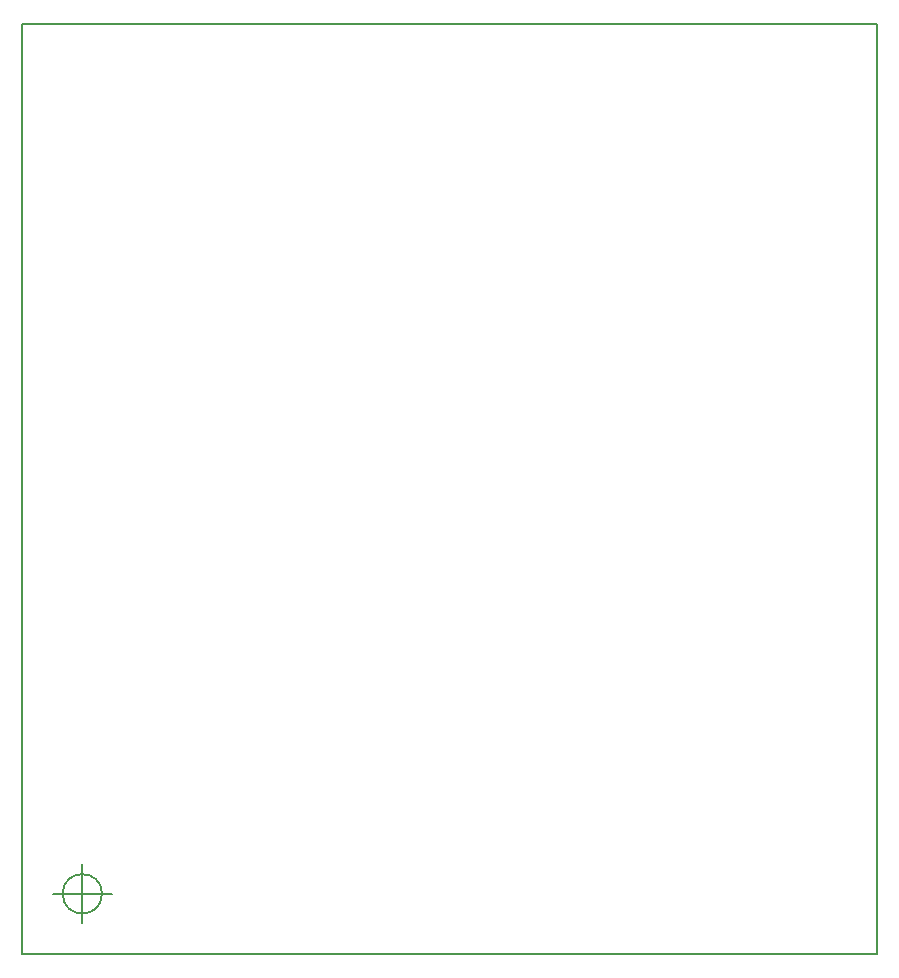
<source format=gbr>
G04 #@! TF.GenerationSoftware,KiCad,Pcbnew,5.0.2-bee76a0~70~ubuntu18.04.1*
G04 #@! TF.CreationDate,2019-02-20T20:23:57+00:00*
G04 #@! TF.ProjectId,lm2596_cc_vc,6c6d3235-3936-45f6-9363-5f76632e6b69,rev?*
G04 #@! TF.SameCoordinates,Original*
G04 #@! TF.FileFunction,Profile,NP*
%FSLAX46Y46*%
G04 Gerber Fmt 4.6, Leading zero omitted, Abs format (unit mm)*
G04 Created by KiCad (PCBNEW 5.0.2-bee76a0~70~ubuntu18.04.1) date Wed 20 Feb 2019 20:23:57 GMT*
%MOMM*%
%LPD*%
G01*
G04 APERTURE LIST*
%ADD10C,0.150000*%
G04 APERTURE END LIST*
D10*
X51196666Y-140970000D02*
G75*
G03X51196666Y-140970000I-1666666J0D01*
G01*
X47030000Y-140970000D02*
X52030000Y-140970000D01*
X49530000Y-138470000D02*
X49530000Y-143470000D01*
X44450000Y-146050000D02*
X44450000Y-105410000D01*
X116840000Y-146050000D02*
X44450000Y-146050000D01*
X116840000Y-67310000D02*
X116840000Y-146050000D01*
X44450000Y-67310000D02*
X116840000Y-67310000D01*
X44450000Y-105410000D02*
X44450000Y-67310000D01*
M02*

</source>
